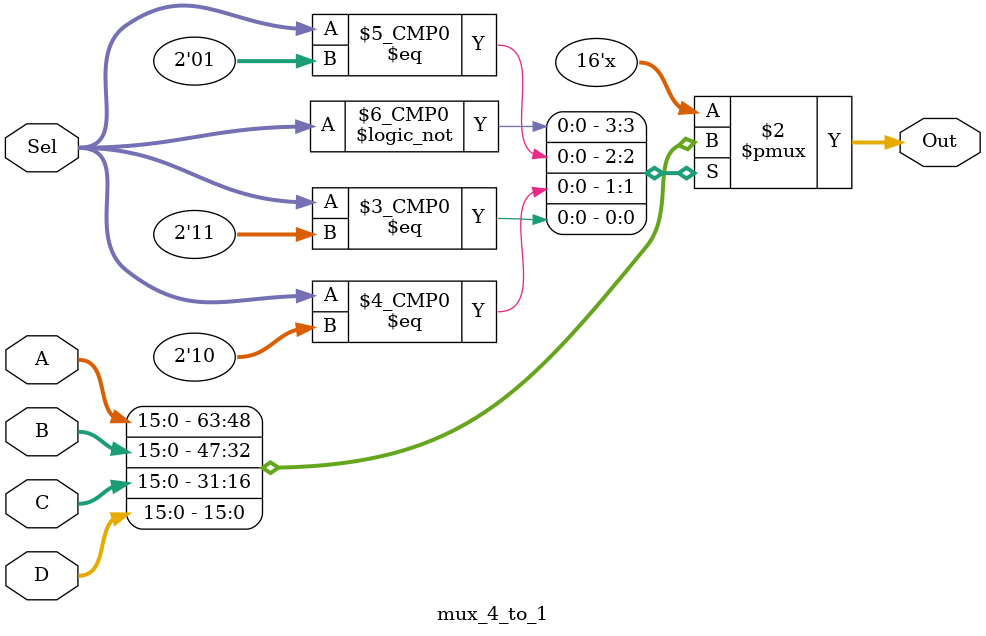
<source format=sv>
module mux_4_to_1(
	input logic [1:0] Sel,
	input logic [15:0] A, B, C, D,
	output logic [15:0] Out
);

	always_comb
	begin
		case(Sel)
			2'b00: Out = A;
			2'b01: Out = B;
			2'b10: Out = C;
			2'b11: Out = D;
		endcase
	end

endmodule
</source>
